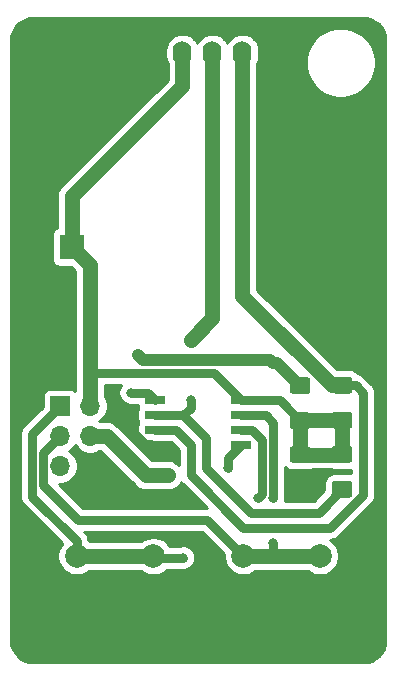
<source format=gbr>
%TF.GenerationSoftware,KiCad,Pcbnew,5.1.6-c6e7f7d~87~ubuntu19.10.1*%
%TF.CreationDate,2021-11-12T23:14:50-08:00*%
%TF.ProjectId,crobagotchi,63726f62-6167-46f7-9463-68692e6b6963,rev?*%
%TF.SameCoordinates,Original*%
%TF.FileFunction,Copper,L1,Top*%
%TF.FilePolarity,Positive*%
%FSLAX46Y46*%
G04 Gerber Fmt 4.6, Leading zero omitted, Abs format (unit mm)*
G04 Created by KiCad (PCBNEW 5.1.6-c6e7f7d~87~ubuntu19.10.1) date 2021-11-12 23:14:50*
%MOMM*%
%LPD*%
G01*
G04 APERTURE LIST*
%TA.AperFunction,ComponentPad*%
%ADD10C,2.100000*%
%TD*%
%TA.AperFunction,ComponentPad*%
%ADD11R,2.100000X2.100000*%
%TD*%
%TA.AperFunction,ComponentPad*%
%ADD12O,1.600000X2.000000*%
%TD*%
%TA.AperFunction,ComponentPad*%
%ADD13C,2.000000*%
%TD*%
%TA.AperFunction,ComponentPad*%
%ADD14O,1.700000X1.700000*%
%TD*%
%TA.AperFunction,ComponentPad*%
%ADD15R,1.700000X1.700000*%
%TD*%
%TA.AperFunction,SMDPad,CuDef*%
%ADD16R,1.700000X0.650000*%
%TD*%
%TA.AperFunction,ViaPad*%
%ADD17C,0.800000*%
%TD*%
%TA.AperFunction,Conductor*%
%ADD18C,0.750000*%
%TD*%
%TA.AperFunction,Conductor*%
%ADD19C,1.250000*%
%TD*%
%TA.AperFunction,Conductor*%
%ADD20C,1.000000*%
%TD*%
%TA.AperFunction,Conductor*%
%ADD21C,0.254000*%
%TD*%
G04 APERTURE END LIST*
D10*
%TO.P,BT1,2*%
%TO.N,GND*%
X121092000Y-68326000D03*
D11*
%TO.P,BT1,1*%
%TO.N,VCC*%
X101092000Y-68326000D03*
%TD*%
D12*
%TO.P,Brd1,2*%
%TO.N,VCC*%
X110426000Y-51884000D03*
%TO.P,Brd1,1*%
%TO.N,GND*%
X107886000Y-51884000D03*
%TO.P,Brd1,3*%
%TO.N,disp_scl*%
X112966000Y-51884000D03*
%TO.P,Brd1,4*%
%TO.N,disp_sda*%
X115506000Y-51884000D03*
%TD*%
D13*
%TO.P,SW3,1*%
%TO.N,button_select*%
X122070000Y-94488000D03*
%TO.P,SW3,2*%
%TO.N,GND*%
X122070000Y-98988000D03*
%TO.P,SW3,1*%
%TO.N,button_select*%
X115570000Y-94488000D03*
%TO.P,SW3,2*%
%TO.N,GND*%
X115570000Y-98988000D03*
%TD*%
%TO.P,SW2,2*%
%TO.N,GND*%
X101473000Y-98988000D03*
%TO.P,SW2,1*%
%TO.N,button_option*%
X101473000Y-94488000D03*
%TO.P,SW2,2*%
%TO.N,GND*%
X107973000Y-98988000D03*
%TO.P,SW2,1*%
%TO.N,button_option*%
X107973000Y-94488000D03*
%TD*%
%TO.P,R3,2*%
%TO.N,disp_sda*%
%TA.AperFunction,SMDPad,CuDef*%
G36*
G01*
X124577000Y-80722500D02*
X123327000Y-80722500D01*
G75*
G02*
X123077000Y-80472500I0J250000D01*
G01*
X123077000Y-79547500D01*
G75*
G02*
X123327000Y-79297500I250000J0D01*
G01*
X124577000Y-79297500D01*
G75*
G02*
X124827000Y-79547500I0J-250000D01*
G01*
X124827000Y-80472500D01*
G75*
G02*
X124577000Y-80722500I-250000J0D01*
G01*
G37*
%TD.AperFunction*%
%TO.P,R3,1*%
%TO.N,VCC*%
%TA.AperFunction,SMDPad,CuDef*%
G36*
G01*
X124577000Y-83697500D02*
X123327000Y-83697500D01*
G75*
G02*
X123077000Y-83447500I0J250000D01*
G01*
X123077000Y-82522500D01*
G75*
G02*
X123327000Y-82272500I250000J0D01*
G01*
X124577000Y-82272500D01*
G75*
G02*
X124827000Y-82522500I0J-250000D01*
G01*
X124827000Y-83447500D01*
G75*
G02*
X124577000Y-83697500I-250000J0D01*
G01*
G37*
%TD.AperFunction*%
%TD*%
%TO.P,R2,2*%
%TO.N,disp_scl*%
%TA.AperFunction,SMDPad,CuDef*%
G36*
G01*
X123327000Y-88114500D02*
X124577000Y-88114500D01*
G75*
G02*
X124827000Y-88364500I0J-250000D01*
G01*
X124827000Y-89289500D01*
G75*
G02*
X124577000Y-89539500I-250000J0D01*
G01*
X123327000Y-89539500D01*
G75*
G02*
X123077000Y-89289500I0J250000D01*
G01*
X123077000Y-88364500D01*
G75*
G02*
X123327000Y-88114500I250000J0D01*
G01*
G37*
%TD.AperFunction*%
%TO.P,R2,1*%
%TO.N,VCC*%
%TA.AperFunction,SMDPad,CuDef*%
G36*
G01*
X123327000Y-85139500D02*
X124577000Y-85139500D01*
G75*
G02*
X124827000Y-85389500I0J-250000D01*
G01*
X124827000Y-86314500D01*
G75*
G02*
X124577000Y-86564500I-250000J0D01*
G01*
X123327000Y-86564500D01*
G75*
G02*
X123077000Y-86314500I0J250000D01*
G01*
X123077000Y-85389500D01*
G75*
G02*
X123327000Y-85139500I250000J0D01*
G01*
G37*
%TD.AperFunction*%
%TD*%
%TO.P,C1,2*%
%TO.N,GND*%
%TA.AperFunction,SMDPad,CuDef*%
G36*
G01*
X119771000Y-88151000D02*
X121021000Y-88151000D01*
G75*
G02*
X121271000Y-88401000I0J-250000D01*
G01*
X121271000Y-89326000D01*
G75*
G02*
X121021000Y-89576000I-250000J0D01*
G01*
X119771000Y-89576000D01*
G75*
G02*
X119521000Y-89326000I0J250000D01*
G01*
X119521000Y-88401000D01*
G75*
G02*
X119771000Y-88151000I250000J0D01*
G01*
G37*
%TD.AperFunction*%
%TO.P,C1,1*%
%TO.N,VCC*%
%TA.AperFunction,SMDPad,CuDef*%
G36*
G01*
X119771000Y-85176000D02*
X121021000Y-85176000D01*
G75*
G02*
X121271000Y-85426000I0J-250000D01*
G01*
X121271000Y-86351000D01*
G75*
G02*
X121021000Y-86601000I-250000J0D01*
G01*
X119771000Y-86601000D01*
G75*
G02*
X119521000Y-86351000I0J250000D01*
G01*
X119521000Y-85426000D01*
G75*
G02*
X119771000Y-85176000I250000J0D01*
G01*
G37*
%TD.AperFunction*%
%TD*%
D14*
%TO.P,J1,6*%
%TO.N,GND*%
X102616000Y-86868000D03*
%TO.P,J1,5*%
%TO.N,rst*%
X100076000Y-86868000D03*
%TO.P,J1,4*%
%TO.N,mosi*%
X102616000Y-84328000D03*
%TO.P,J1,3*%
%TO.N,button_select*%
X100076000Y-84328000D03*
%TO.P,J1,2*%
%TO.N,VCC*%
X102616000Y-81788000D03*
D15*
%TO.P,J1,1*%
%TO.N,button_option*%
X100076000Y-81788000D03*
%TD*%
D16*
%TO.P,U1,8*%
%TO.N,VCC*%
X115410000Y-81280000D03*
%TO.P,U1,7*%
%TO.N,button_select*%
X115410000Y-82550000D03*
%TO.P,U1,6*%
%TO.N,button_option*%
X115410000Y-83820000D03*
%TO.P,U1,5*%
%TO.N,mosi*%
X115410000Y-85090000D03*
%TO.P,U1,4*%
%TO.N,GND*%
X108110000Y-85090000D03*
%TO.P,U1,3*%
%TO.N,disp_sda*%
X108110000Y-83820000D03*
%TO.P,U1,2*%
%TO.N,disp_scl*%
X108110000Y-82550000D03*
%TO.P,U1,1*%
%TO.N,rst*%
X108110000Y-81280000D03*
%TD*%
%TO.P,R1,2*%
%TO.N,rst*%
%TA.AperFunction,SMDPad,CuDef*%
G36*
G01*
X121021000Y-80759000D02*
X119771000Y-80759000D01*
G75*
G02*
X119521000Y-80509000I0J250000D01*
G01*
X119521000Y-79584000D01*
G75*
G02*
X119771000Y-79334000I250000J0D01*
G01*
X121021000Y-79334000D01*
G75*
G02*
X121271000Y-79584000I0J-250000D01*
G01*
X121271000Y-80509000D01*
G75*
G02*
X121021000Y-80759000I-250000J0D01*
G01*
G37*
%TD.AperFunction*%
%TO.P,R1,1*%
%TO.N,VCC*%
%TA.AperFunction,SMDPad,CuDef*%
G36*
G01*
X121021000Y-83734000D02*
X119771000Y-83734000D01*
G75*
G02*
X119521000Y-83484000I0J250000D01*
G01*
X119521000Y-82559000D01*
G75*
G02*
X119771000Y-82309000I250000J0D01*
G01*
X121021000Y-82309000D01*
G75*
G02*
X121271000Y-82559000I0J-250000D01*
G01*
X121271000Y-83484000D01*
G75*
G02*
X121021000Y-83734000I-250000J0D01*
G01*
G37*
%TD.AperFunction*%
%TD*%
D17*
%TO.N,GND*%
X106045000Y-83820000D03*
X121883500Y-88863500D03*
%TO.N,rst*%
X118110000Y-78105000D03*
X106045000Y-80645000D03*
X106680000Y-77470000D03*
%TO.N,mosi*%
X109220000Y-87630000D03*
X114300000Y-86995000D03*
X114300000Y-86995000D03*
%TO.N,button_select*%
X118110000Y-89535000D03*
X118110000Y-93345000D03*
%TO.N,button_option*%
X116840000Y-89535000D03*
X110490000Y-94615000D03*
%TO.N,disp_scl*%
X111125000Y-76200000D03*
X111125000Y-81280000D03*
%TD*%
D18*
%TO.N,GND*%
X108110000Y-85090000D02*
X107315000Y-85090000D01*
X107315000Y-85090000D02*
X106045000Y-83820000D01*
X120396000Y-88863500D02*
X121883500Y-88863500D01*
D19*
%TO.N,VCC*%
X101092000Y-68326000D02*
X101092000Y-64008000D01*
X110426000Y-54674000D02*
X110426000Y-51884000D01*
X101092000Y-64008000D02*
X110426000Y-54674000D01*
X102616000Y-69850000D02*
X101092000Y-68326000D01*
D18*
X113124000Y-78994000D02*
X102616000Y-78994000D01*
X115410000Y-81280000D02*
X113124000Y-78994000D01*
D19*
X102616000Y-78994000D02*
X102616000Y-81788000D01*
X102616000Y-69850000D02*
X102616000Y-78994000D01*
X123915500Y-85888500D02*
X123952000Y-85852000D01*
X120396000Y-85888500D02*
X123915500Y-85888500D01*
X120432500Y-82985000D02*
X120396000Y-83021500D01*
X123952000Y-82985000D02*
X120432500Y-82985000D01*
X120396000Y-83021500D02*
X120396000Y-85888500D01*
D18*
X118654500Y-81280000D02*
X120396000Y-83021500D01*
X115410000Y-81280000D02*
X118654500Y-81280000D01*
D19*
X123952000Y-82985000D02*
X123952000Y-85852000D01*
D20*
%TO.N,rst*%
X118454500Y-78105000D02*
X120396000Y-80046500D01*
X118110000Y-78105000D02*
X118454500Y-78105000D01*
D18*
X107475000Y-80645000D02*
X108110000Y-81280000D01*
X106045000Y-80645000D02*
X107475000Y-80645000D01*
D20*
X117874999Y-77869999D02*
X118110000Y-78105000D01*
X107079999Y-77869999D02*
X117874999Y-77869999D01*
X106680000Y-77470000D02*
X107079999Y-77869999D01*
D19*
%TO.N,mosi*%
X102616000Y-84328000D02*
X104013000Y-84328000D01*
X104013000Y-84328000D02*
X107315000Y-87630000D01*
X107315000Y-87630000D02*
X109220000Y-87630000D01*
D18*
X114300000Y-86200000D02*
X115410000Y-85090000D01*
X114300000Y-86995000D02*
X114300000Y-86200000D01*
%TO.N,button_select*%
X115410000Y-82550000D02*
X117475000Y-82550000D01*
X117475000Y-82550000D02*
X118110000Y-83185000D01*
X118110000Y-83185000D02*
X118110000Y-89535000D01*
X118110000Y-94361000D02*
X118237000Y-94488000D01*
X118110000Y-93345000D02*
X118110000Y-94361000D01*
D19*
X118237000Y-94488000D02*
X115570000Y-94488000D01*
X122070000Y-94488000D02*
X118237000Y-94488000D01*
D18*
X98650999Y-85753001D02*
X98650999Y-88490999D01*
X100076000Y-84328000D02*
X98650999Y-85753001D01*
X98650999Y-88490999D02*
X101600000Y-91440000D01*
X112522000Y-91440000D02*
X115570000Y-94488000D01*
X101600000Y-91440000D02*
X112522000Y-91440000D01*
D19*
%TO.N,button_option*%
X107973000Y-94488000D02*
X101473000Y-94488000D01*
D18*
X116350002Y-83820000D02*
X117159990Y-84629988D01*
X115410000Y-83820000D02*
X116350002Y-83820000D01*
X117159990Y-84629988D02*
X117159990Y-89215010D01*
X117159990Y-89215010D02*
X116840000Y-89535000D01*
X108100000Y-94615000D02*
X107973000Y-94488000D01*
X110490000Y-94615000D02*
X108100000Y-94615000D01*
X97700989Y-84163011D02*
X97700989Y-89445989D01*
X100076000Y-81788000D02*
X97700989Y-84163011D01*
X101473000Y-93218000D02*
X101473000Y-94488000D01*
X97700989Y-89445989D02*
X101473000Y-93218000D01*
D19*
%TO.N,disp_sda*%
X115506000Y-72439000D02*
X115506000Y-51884000D01*
X123077000Y-80010000D02*
X115506000Y-72439000D01*
X123952000Y-80010000D02*
X123077000Y-80010000D01*
D18*
X109855000Y-83820000D02*
X108110000Y-83820000D01*
X115570000Y-92075000D02*
X111125000Y-87630000D01*
X122958244Y-92075000D02*
X115570000Y-92075000D01*
X111125000Y-85090000D02*
X109855000Y-83820000D01*
X125730000Y-89303244D02*
X122958244Y-92075000D01*
X111125000Y-87630000D02*
X111125000Y-85090000D01*
X125730000Y-80645000D02*
X125730000Y-89303244D01*
X125095000Y-80010000D02*
X125730000Y-80645000D01*
X123952000Y-80010000D02*
X125095000Y-80010000D01*
%TO.N,disp_scl*%
X108110000Y-82550000D02*
X110490000Y-82550000D01*
X110490000Y-82550000D02*
X112395000Y-84455000D01*
X112395000Y-84455000D02*
X112395000Y-86995000D01*
X112395000Y-86995000D02*
X116205000Y-90805000D01*
X121974000Y-90805000D02*
X123952000Y-88827000D01*
X116205000Y-90805000D02*
X121974000Y-90805000D01*
D19*
X112966000Y-51884000D02*
X112966000Y-74359000D01*
X112966000Y-74359000D02*
X111125000Y-76200000D01*
D18*
X111125000Y-81915000D02*
X110490000Y-82550000D01*
X111125000Y-81280000D02*
X111125000Y-81915000D01*
%TD*%
D21*
%TO.N,GND*%
G36*
X126094545Y-48958909D02*
G01*
X126445208Y-49064780D01*
X126768625Y-49236744D01*
X127052484Y-49468254D01*
X127285965Y-49750486D01*
X127460183Y-50072695D01*
X127568502Y-50422614D01*
X127610001Y-50817452D01*
X127610000Y-101567721D01*
X127571091Y-101964545D01*
X127465220Y-102315206D01*
X127293257Y-102638623D01*
X127061748Y-102922482D01*
X126779514Y-103155965D01*
X126457304Y-103330184D01*
X126107385Y-103438502D01*
X125712557Y-103480000D01*
X97822279Y-103480000D01*
X97425455Y-103441091D01*
X97074794Y-103335220D01*
X96751377Y-103163257D01*
X96467518Y-102931748D01*
X96234035Y-102649514D01*
X96059816Y-102327304D01*
X95951498Y-101977385D01*
X95910000Y-101582557D01*
X95910000Y-84163011D01*
X96686103Y-84163011D01*
X96690989Y-84212619D01*
X96690990Y-89396371D01*
X96686103Y-89445989D01*
X96705604Y-89643983D01*
X96763357Y-89834368D01*
X96857143Y-90009829D01*
X96871978Y-90027905D01*
X96983357Y-90163622D01*
X97021890Y-90195245D01*
X100237703Y-93411058D01*
X100203013Y-93445748D01*
X100024082Y-93713537D01*
X99900832Y-94011088D01*
X99838000Y-94326967D01*
X99838000Y-94649033D01*
X99900832Y-94964912D01*
X100024082Y-95262463D01*
X100203013Y-95530252D01*
X100430748Y-95757987D01*
X100698537Y-95936918D01*
X100996088Y-96060168D01*
X101311967Y-96123000D01*
X101634033Y-96123000D01*
X101949912Y-96060168D01*
X102247463Y-95936918D01*
X102515252Y-95757987D01*
X102525239Y-95748000D01*
X106920761Y-95748000D01*
X106930748Y-95757987D01*
X107198537Y-95936918D01*
X107496088Y-96060168D01*
X107811967Y-96123000D01*
X108134033Y-96123000D01*
X108449912Y-96060168D01*
X108747463Y-95936918D01*
X109015252Y-95757987D01*
X109148239Y-95625000D01*
X110262377Y-95625000D01*
X110388061Y-95650000D01*
X110591939Y-95650000D01*
X110791898Y-95610226D01*
X110980256Y-95532205D01*
X111149774Y-95418937D01*
X111293937Y-95274774D01*
X111407205Y-95105256D01*
X111485226Y-94916898D01*
X111525000Y-94716939D01*
X111525000Y-94513061D01*
X111485226Y-94313102D01*
X111407205Y-94124744D01*
X111293937Y-93955226D01*
X111149774Y-93811063D01*
X110980256Y-93697795D01*
X110791898Y-93619774D01*
X110591939Y-93580000D01*
X110388061Y-93580000D01*
X110262377Y-93605000D01*
X109349396Y-93605000D01*
X109242987Y-93445748D01*
X109015252Y-93218013D01*
X108747463Y-93039082D01*
X108449912Y-92915832D01*
X108134033Y-92853000D01*
X107811967Y-92853000D01*
X107496088Y-92915832D01*
X107198537Y-93039082D01*
X106930748Y-93218013D01*
X106920761Y-93228000D01*
X102525239Y-93228000D01*
X102515252Y-93218013D01*
X102485960Y-93198440D01*
X102483000Y-93168392D01*
X102468385Y-93020006D01*
X102410632Y-92829620D01*
X102316847Y-92654160D01*
X102190633Y-92500367D01*
X102152094Y-92468739D01*
X102133355Y-92450000D01*
X112103645Y-92450000D01*
X113942567Y-94288923D01*
X113935000Y-94326967D01*
X113935000Y-94649033D01*
X113997832Y-94964912D01*
X114121082Y-95262463D01*
X114300013Y-95530252D01*
X114527748Y-95757987D01*
X114795537Y-95936918D01*
X115093088Y-96060168D01*
X115408967Y-96123000D01*
X115731033Y-96123000D01*
X116046912Y-96060168D01*
X116344463Y-95936918D01*
X116612252Y-95757987D01*
X116622239Y-95748000D01*
X121017761Y-95748000D01*
X121027748Y-95757987D01*
X121295537Y-95936918D01*
X121593088Y-96060168D01*
X121908967Y-96123000D01*
X122231033Y-96123000D01*
X122546912Y-96060168D01*
X122844463Y-95936918D01*
X123112252Y-95757987D01*
X123339987Y-95530252D01*
X123518918Y-95262463D01*
X123642168Y-94964912D01*
X123705000Y-94649033D01*
X123705000Y-94326967D01*
X123642168Y-94011088D01*
X123518918Y-93713537D01*
X123339987Y-93445748D01*
X123112252Y-93218013D01*
X122913970Y-93085525D01*
X122958244Y-93089886D01*
X123156238Y-93070385D01*
X123156241Y-93070384D01*
X123346624Y-93012632D01*
X123522084Y-92918847D01*
X123675877Y-92792633D01*
X123707505Y-92754094D01*
X126409100Y-90052500D01*
X126447633Y-90020877D01*
X126573847Y-89867084D01*
X126667632Y-89691624D01*
X126700095Y-89584608D01*
X126725385Y-89501239D01*
X126744886Y-89303244D01*
X126740000Y-89253636D01*
X126740000Y-80694608D01*
X126744886Y-80645000D01*
X126725385Y-80447005D01*
X126667632Y-80256620D01*
X126573846Y-80081159D01*
X126545402Y-80046500D01*
X126447633Y-79927367D01*
X126409094Y-79895739D01*
X125844261Y-79330906D01*
X125812633Y-79292367D01*
X125658840Y-79166153D01*
X125483380Y-79072368D01*
X125292994Y-79014615D01*
X125282109Y-79013543D01*
X125204962Y-78919538D01*
X125070386Y-78809095D01*
X124916850Y-78727028D01*
X124750254Y-78676492D01*
X124577000Y-78659428D01*
X123508337Y-78659428D01*
X116766000Y-71917092D01*
X116766000Y-52770850D01*
X116838182Y-52635807D01*
X116905485Y-52413936D01*
X120869774Y-52413936D01*
X120869774Y-52996064D01*
X120983342Y-53567008D01*
X121206113Y-54104824D01*
X121529526Y-54588847D01*
X121941153Y-55000474D01*
X122425176Y-55323887D01*
X122962992Y-55546658D01*
X123533936Y-55660226D01*
X124116064Y-55660226D01*
X124687008Y-55546658D01*
X125224824Y-55323887D01*
X125708847Y-55000474D01*
X126120474Y-54588847D01*
X126443887Y-54104824D01*
X126666658Y-53567008D01*
X126780226Y-52996064D01*
X126780226Y-52413936D01*
X126666658Y-51842992D01*
X126443887Y-51305176D01*
X126120474Y-50821153D01*
X125708847Y-50409526D01*
X125224824Y-50086113D01*
X124687008Y-49863342D01*
X124116064Y-49749774D01*
X123533936Y-49749774D01*
X122962992Y-49863342D01*
X122425176Y-50086113D01*
X121941153Y-50409526D01*
X121529526Y-50821153D01*
X121206113Y-51305176D01*
X120983342Y-51842992D01*
X120869774Y-52413936D01*
X116905485Y-52413936D01*
X116920236Y-52365308D01*
X116941000Y-52154491D01*
X116941000Y-51613508D01*
X116920236Y-51402691D01*
X116838182Y-51132192D01*
X116704932Y-50882899D01*
X116525607Y-50664392D01*
X116307100Y-50485068D01*
X116057807Y-50351818D01*
X115787308Y-50269764D01*
X115506000Y-50242057D01*
X115224691Y-50269764D01*
X114954192Y-50351818D01*
X114704899Y-50485068D01*
X114486392Y-50664393D01*
X114307068Y-50882900D01*
X114236000Y-51015858D01*
X114164932Y-50882899D01*
X113985607Y-50664392D01*
X113767100Y-50485068D01*
X113517807Y-50351818D01*
X113247308Y-50269764D01*
X112966000Y-50242057D01*
X112684691Y-50269764D01*
X112414192Y-50351818D01*
X112164899Y-50485068D01*
X111946392Y-50664393D01*
X111767068Y-50882900D01*
X111696000Y-51015858D01*
X111624932Y-50882899D01*
X111445607Y-50664392D01*
X111227100Y-50485068D01*
X110977807Y-50351818D01*
X110707308Y-50269764D01*
X110426000Y-50242057D01*
X110144691Y-50269764D01*
X109874192Y-50351818D01*
X109624899Y-50485068D01*
X109406392Y-50664393D01*
X109227068Y-50882900D01*
X109093818Y-51132193D01*
X109011764Y-51402692D01*
X108991000Y-51613509D01*
X108991000Y-52154492D01*
X109011764Y-52365309D01*
X109093818Y-52635808D01*
X109166001Y-52770852D01*
X109166000Y-54152091D01*
X100244811Y-63073281D01*
X100196736Y-63112735D01*
X100157282Y-63160810D01*
X100157281Y-63160811D01*
X100039280Y-63304595D01*
X99922280Y-63523487D01*
X99850233Y-63760997D01*
X99825905Y-64008000D01*
X99832001Y-64069893D01*
X99832000Y-66676129D01*
X99797820Y-66686498D01*
X99687506Y-66745463D01*
X99590815Y-66824815D01*
X99511463Y-66921506D01*
X99452498Y-67031820D01*
X99416188Y-67151518D01*
X99403928Y-67276000D01*
X99403928Y-69376000D01*
X99416188Y-69500482D01*
X99452498Y-69620180D01*
X99511463Y-69730494D01*
X99590815Y-69827185D01*
X99687506Y-69906537D01*
X99797820Y-69965502D01*
X99917518Y-70001812D01*
X100042000Y-70014072D01*
X100998163Y-70014072D01*
X101356000Y-70371909D01*
X101356001Y-78932098D01*
X101356000Y-78932108D01*
X101356001Y-80469429D01*
X101280494Y-80407463D01*
X101170180Y-80348498D01*
X101050482Y-80312188D01*
X100926000Y-80299928D01*
X99226000Y-80299928D01*
X99101518Y-80312188D01*
X98981820Y-80348498D01*
X98871506Y-80407463D01*
X98774815Y-80486815D01*
X98695463Y-80583506D01*
X98636498Y-80693820D01*
X98600188Y-80813518D01*
X98587928Y-80938000D01*
X98587928Y-81847716D01*
X97021895Y-83413750D01*
X96983356Y-83445378D01*
X96857142Y-83599171D01*
X96782332Y-83739132D01*
X96763357Y-83774632D01*
X96705604Y-83965017D01*
X96686103Y-84163011D01*
X95910000Y-84163011D01*
X95910000Y-50832279D01*
X95948909Y-50435455D01*
X96054780Y-50084792D01*
X96226744Y-49761375D01*
X96458254Y-49477516D01*
X96740486Y-49244035D01*
X97062695Y-49069817D01*
X97412614Y-48961498D01*
X97807443Y-48920000D01*
X125697721Y-48920000D01*
X126094545Y-48958909D01*
G37*
X126094545Y-48958909D02*
X126445208Y-49064780D01*
X126768625Y-49236744D01*
X127052484Y-49468254D01*
X127285965Y-49750486D01*
X127460183Y-50072695D01*
X127568502Y-50422614D01*
X127610001Y-50817452D01*
X127610000Y-101567721D01*
X127571091Y-101964545D01*
X127465220Y-102315206D01*
X127293257Y-102638623D01*
X127061748Y-102922482D01*
X126779514Y-103155965D01*
X126457304Y-103330184D01*
X126107385Y-103438502D01*
X125712557Y-103480000D01*
X97822279Y-103480000D01*
X97425455Y-103441091D01*
X97074794Y-103335220D01*
X96751377Y-103163257D01*
X96467518Y-102931748D01*
X96234035Y-102649514D01*
X96059816Y-102327304D01*
X95951498Y-101977385D01*
X95910000Y-101582557D01*
X95910000Y-84163011D01*
X96686103Y-84163011D01*
X96690989Y-84212619D01*
X96690990Y-89396371D01*
X96686103Y-89445989D01*
X96705604Y-89643983D01*
X96763357Y-89834368D01*
X96857143Y-90009829D01*
X96871978Y-90027905D01*
X96983357Y-90163622D01*
X97021890Y-90195245D01*
X100237703Y-93411058D01*
X100203013Y-93445748D01*
X100024082Y-93713537D01*
X99900832Y-94011088D01*
X99838000Y-94326967D01*
X99838000Y-94649033D01*
X99900832Y-94964912D01*
X100024082Y-95262463D01*
X100203013Y-95530252D01*
X100430748Y-95757987D01*
X100698537Y-95936918D01*
X100996088Y-96060168D01*
X101311967Y-96123000D01*
X101634033Y-96123000D01*
X101949912Y-96060168D01*
X102247463Y-95936918D01*
X102515252Y-95757987D01*
X102525239Y-95748000D01*
X106920761Y-95748000D01*
X106930748Y-95757987D01*
X107198537Y-95936918D01*
X107496088Y-96060168D01*
X107811967Y-96123000D01*
X108134033Y-96123000D01*
X108449912Y-96060168D01*
X108747463Y-95936918D01*
X109015252Y-95757987D01*
X109148239Y-95625000D01*
X110262377Y-95625000D01*
X110388061Y-95650000D01*
X110591939Y-95650000D01*
X110791898Y-95610226D01*
X110980256Y-95532205D01*
X111149774Y-95418937D01*
X111293937Y-95274774D01*
X111407205Y-95105256D01*
X111485226Y-94916898D01*
X111525000Y-94716939D01*
X111525000Y-94513061D01*
X111485226Y-94313102D01*
X111407205Y-94124744D01*
X111293937Y-93955226D01*
X111149774Y-93811063D01*
X110980256Y-93697795D01*
X110791898Y-93619774D01*
X110591939Y-93580000D01*
X110388061Y-93580000D01*
X110262377Y-93605000D01*
X109349396Y-93605000D01*
X109242987Y-93445748D01*
X109015252Y-93218013D01*
X108747463Y-93039082D01*
X108449912Y-92915832D01*
X108134033Y-92853000D01*
X107811967Y-92853000D01*
X107496088Y-92915832D01*
X107198537Y-93039082D01*
X106930748Y-93218013D01*
X106920761Y-93228000D01*
X102525239Y-93228000D01*
X102515252Y-93218013D01*
X102485960Y-93198440D01*
X102483000Y-93168392D01*
X102468385Y-93020006D01*
X102410632Y-92829620D01*
X102316847Y-92654160D01*
X102190633Y-92500367D01*
X102152094Y-92468739D01*
X102133355Y-92450000D01*
X112103645Y-92450000D01*
X113942567Y-94288923D01*
X113935000Y-94326967D01*
X113935000Y-94649033D01*
X113997832Y-94964912D01*
X114121082Y-95262463D01*
X114300013Y-95530252D01*
X114527748Y-95757987D01*
X114795537Y-95936918D01*
X115093088Y-96060168D01*
X115408967Y-96123000D01*
X115731033Y-96123000D01*
X116046912Y-96060168D01*
X116344463Y-95936918D01*
X116612252Y-95757987D01*
X116622239Y-95748000D01*
X121017761Y-95748000D01*
X121027748Y-95757987D01*
X121295537Y-95936918D01*
X121593088Y-96060168D01*
X121908967Y-96123000D01*
X122231033Y-96123000D01*
X122546912Y-96060168D01*
X122844463Y-95936918D01*
X123112252Y-95757987D01*
X123339987Y-95530252D01*
X123518918Y-95262463D01*
X123642168Y-94964912D01*
X123705000Y-94649033D01*
X123705000Y-94326967D01*
X123642168Y-94011088D01*
X123518918Y-93713537D01*
X123339987Y-93445748D01*
X123112252Y-93218013D01*
X122913970Y-93085525D01*
X122958244Y-93089886D01*
X123156238Y-93070385D01*
X123156241Y-93070384D01*
X123346624Y-93012632D01*
X123522084Y-92918847D01*
X123675877Y-92792633D01*
X123707505Y-92754094D01*
X126409100Y-90052500D01*
X126447633Y-90020877D01*
X126573847Y-89867084D01*
X126667632Y-89691624D01*
X126700095Y-89584608D01*
X126725385Y-89501239D01*
X126744886Y-89303244D01*
X126740000Y-89253636D01*
X126740000Y-80694608D01*
X126744886Y-80645000D01*
X126725385Y-80447005D01*
X126667632Y-80256620D01*
X126573846Y-80081159D01*
X126545402Y-80046500D01*
X126447633Y-79927367D01*
X126409094Y-79895739D01*
X125844261Y-79330906D01*
X125812633Y-79292367D01*
X125658840Y-79166153D01*
X125483380Y-79072368D01*
X125292994Y-79014615D01*
X125282109Y-79013543D01*
X125204962Y-78919538D01*
X125070386Y-78809095D01*
X124916850Y-78727028D01*
X124750254Y-78676492D01*
X124577000Y-78659428D01*
X123508337Y-78659428D01*
X116766000Y-71917092D01*
X116766000Y-52770850D01*
X116838182Y-52635807D01*
X116905485Y-52413936D01*
X120869774Y-52413936D01*
X120869774Y-52996064D01*
X120983342Y-53567008D01*
X121206113Y-54104824D01*
X121529526Y-54588847D01*
X121941153Y-55000474D01*
X122425176Y-55323887D01*
X122962992Y-55546658D01*
X123533936Y-55660226D01*
X124116064Y-55660226D01*
X124687008Y-55546658D01*
X125224824Y-55323887D01*
X125708847Y-55000474D01*
X126120474Y-54588847D01*
X126443887Y-54104824D01*
X126666658Y-53567008D01*
X126780226Y-52996064D01*
X126780226Y-52413936D01*
X126666658Y-51842992D01*
X126443887Y-51305176D01*
X126120474Y-50821153D01*
X125708847Y-50409526D01*
X125224824Y-50086113D01*
X124687008Y-49863342D01*
X124116064Y-49749774D01*
X123533936Y-49749774D01*
X122962992Y-49863342D01*
X122425176Y-50086113D01*
X121941153Y-50409526D01*
X121529526Y-50821153D01*
X121206113Y-51305176D01*
X120983342Y-51842992D01*
X120869774Y-52413936D01*
X116905485Y-52413936D01*
X116920236Y-52365308D01*
X116941000Y-52154491D01*
X116941000Y-51613508D01*
X116920236Y-51402691D01*
X116838182Y-51132192D01*
X116704932Y-50882899D01*
X116525607Y-50664392D01*
X116307100Y-50485068D01*
X116057807Y-50351818D01*
X115787308Y-50269764D01*
X115506000Y-50242057D01*
X115224691Y-50269764D01*
X114954192Y-50351818D01*
X114704899Y-50485068D01*
X114486392Y-50664393D01*
X114307068Y-50882900D01*
X114236000Y-51015858D01*
X114164932Y-50882899D01*
X113985607Y-50664392D01*
X113767100Y-50485068D01*
X113517807Y-50351818D01*
X113247308Y-50269764D01*
X112966000Y-50242057D01*
X112684691Y-50269764D01*
X112414192Y-50351818D01*
X112164899Y-50485068D01*
X111946392Y-50664393D01*
X111767068Y-50882900D01*
X111696000Y-51015858D01*
X111624932Y-50882899D01*
X111445607Y-50664392D01*
X111227100Y-50485068D01*
X110977807Y-50351818D01*
X110707308Y-50269764D01*
X110426000Y-50242057D01*
X110144691Y-50269764D01*
X109874192Y-50351818D01*
X109624899Y-50485068D01*
X109406392Y-50664393D01*
X109227068Y-50882900D01*
X109093818Y-51132193D01*
X109011764Y-51402692D01*
X108991000Y-51613509D01*
X108991000Y-52154492D01*
X109011764Y-52365309D01*
X109093818Y-52635808D01*
X109166001Y-52770852D01*
X109166000Y-54152091D01*
X100244811Y-63073281D01*
X100196736Y-63112735D01*
X100157282Y-63160810D01*
X100157281Y-63160811D01*
X100039280Y-63304595D01*
X99922280Y-63523487D01*
X99850233Y-63760997D01*
X99825905Y-64008000D01*
X99832001Y-64069893D01*
X99832000Y-66676129D01*
X99797820Y-66686498D01*
X99687506Y-66745463D01*
X99590815Y-66824815D01*
X99511463Y-66921506D01*
X99452498Y-67031820D01*
X99416188Y-67151518D01*
X99403928Y-67276000D01*
X99403928Y-69376000D01*
X99416188Y-69500482D01*
X99452498Y-69620180D01*
X99511463Y-69730494D01*
X99590815Y-69827185D01*
X99687506Y-69906537D01*
X99797820Y-69965502D01*
X99917518Y-70001812D01*
X100042000Y-70014072D01*
X100998163Y-70014072D01*
X101356000Y-70371909D01*
X101356001Y-78932098D01*
X101356000Y-78932108D01*
X101356001Y-80469429D01*
X101280494Y-80407463D01*
X101170180Y-80348498D01*
X101050482Y-80312188D01*
X100926000Y-80299928D01*
X99226000Y-80299928D01*
X99101518Y-80312188D01*
X98981820Y-80348498D01*
X98871506Y-80407463D01*
X98774815Y-80486815D01*
X98695463Y-80583506D01*
X98636498Y-80693820D01*
X98600188Y-80813518D01*
X98587928Y-80938000D01*
X98587928Y-81847716D01*
X97021895Y-83413750D01*
X96983356Y-83445378D01*
X96857142Y-83599171D01*
X96782332Y-83739132D01*
X96763357Y-83774632D01*
X96705604Y-83965017D01*
X96686103Y-84163011D01*
X95910000Y-84163011D01*
X95910000Y-50832279D01*
X95948909Y-50435455D01*
X96054780Y-50084792D01*
X96226744Y-49761375D01*
X96458254Y-49477516D01*
X96740486Y-49244035D01*
X97062695Y-49069817D01*
X97412614Y-48961498D01*
X97807443Y-48920000D01*
X125697721Y-48920000D01*
X126094545Y-48958909D01*
G36*
X101462525Y-85274632D02*
G01*
X101669368Y-85481475D01*
X101912589Y-85643990D01*
X102182842Y-85755932D01*
X102469740Y-85813000D01*
X102762260Y-85813000D01*
X103049158Y-85755932D01*
X103319411Y-85643990D01*
X103403206Y-85588000D01*
X103491092Y-85588000D01*
X106380281Y-88477190D01*
X106419735Y-88525265D01*
X106611595Y-88682720D01*
X106830486Y-88799720D01*
X107067997Y-88871768D01*
X107253107Y-88890000D01*
X107253116Y-88890000D01*
X107314999Y-88896095D01*
X107376882Y-88890000D01*
X109281893Y-88890000D01*
X109467003Y-88871768D01*
X109704514Y-88799720D01*
X109923405Y-88682720D01*
X110115265Y-88525265D01*
X110272720Y-88333405D01*
X110321222Y-88242664D01*
X110407367Y-88347633D01*
X110445906Y-88379261D01*
X112494470Y-90427825D01*
X112472392Y-90430000D01*
X102018355Y-90430000D01*
X99941355Y-88353000D01*
X100222260Y-88353000D01*
X100509158Y-88295932D01*
X100779411Y-88183990D01*
X101022632Y-88021475D01*
X101229475Y-87814632D01*
X101391990Y-87571411D01*
X101503932Y-87301158D01*
X101561000Y-87014260D01*
X101561000Y-86721740D01*
X101503932Y-86434842D01*
X101391990Y-86164589D01*
X101229475Y-85921368D01*
X101022632Y-85714525D01*
X100848240Y-85598000D01*
X101022632Y-85481475D01*
X101229475Y-85274632D01*
X101346000Y-85100240D01*
X101462525Y-85274632D01*
G37*
X101462525Y-85274632D02*
X101669368Y-85481475D01*
X101912589Y-85643990D01*
X102182842Y-85755932D01*
X102469740Y-85813000D01*
X102762260Y-85813000D01*
X103049158Y-85755932D01*
X103319411Y-85643990D01*
X103403206Y-85588000D01*
X103491092Y-85588000D01*
X106380281Y-88477190D01*
X106419735Y-88525265D01*
X106611595Y-88682720D01*
X106830486Y-88799720D01*
X107067997Y-88871768D01*
X107253107Y-88890000D01*
X107253116Y-88890000D01*
X107314999Y-88896095D01*
X107376882Y-88890000D01*
X109281893Y-88890000D01*
X109467003Y-88871768D01*
X109704514Y-88799720D01*
X109923405Y-88682720D01*
X110115265Y-88525265D01*
X110272720Y-88333405D01*
X110321222Y-88242664D01*
X110407367Y-88347633D01*
X110445906Y-88379261D01*
X112494470Y-90427825D01*
X112472392Y-90430000D01*
X102018355Y-90430000D01*
X99941355Y-88353000D01*
X100222260Y-88353000D01*
X100509158Y-88295932D01*
X100779411Y-88183990D01*
X101022632Y-88021475D01*
X101229475Y-87814632D01*
X101391990Y-87571411D01*
X101503932Y-87301158D01*
X101561000Y-87014260D01*
X101561000Y-86721740D01*
X101503932Y-86434842D01*
X101391990Y-86164589D01*
X101229475Y-85921368D01*
X101022632Y-85714525D01*
X100848240Y-85598000D01*
X101022632Y-85481475D01*
X101229475Y-85274632D01*
X101346000Y-85100240D01*
X101462525Y-85274632D01*
G36*
X119143038Y-86978962D02*
G01*
X119277614Y-87089405D01*
X119431150Y-87171472D01*
X119597746Y-87222008D01*
X119771000Y-87239072D01*
X121021000Y-87239072D01*
X121194254Y-87222008D01*
X121360850Y-87171472D01*
X121403827Y-87148500D01*
X123031746Y-87148500D01*
X123153746Y-87185508D01*
X123327000Y-87202572D01*
X124577000Y-87202572D01*
X124720001Y-87188488D01*
X124720001Y-87490512D01*
X124577000Y-87476428D01*
X123327000Y-87476428D01*
X123153746Y-87493492D01*
X122987150Y-87544028D01*
X122833614Y-87626095D01*
X122699038Y-87736538D01*
X122588595Y-87871114D01*
X122506528Y-88024650D01*
X122455992Y-88191246D01*
X122438928Y-88364500D01*
X122438928Y-88911717D01*
X121555645Y-89795000D01*
X119113560Y-89795000D01*
X119145000Y-89636939D01*
X119145000Y-89433061D01*
X119120000Y-89307377D01*
X119120000Y-86950890D01*
X119143038Y-86978962D01*
G37*
X119143038Y-86978962D02*
X119277614Y-87089405D01*
X119431150Y-87171472D01*
X119597746Y-87222008D01*
X119771000Y-87239072D01*
X121021000Y-87239072D01*
X121194254Y-87222008D01*
X121360850Y-87171472D01*
X121403827Y-87148500D01*
X123031746Y-87148500D01*
X123153746Y-87185508D01*
X123327000Y-87202572D01*
X124577000Y-87202572D01*
X124720001Y-87188488D01*
X124720001Y-87490512D01*
X124577000Y-87476428D01*
X123327000Y-87476428D01*
X123153746Y-87493492D01*
X122987150Y-87544028D01*
X122833614Y-87626095D01*
X122699038Y-87736538D01*
X122588595Y-87871114D01*
X122506528Y-88024650D01*
X122455992Y-88191246D01*
X122438928Y-88364500D01*
X122438928Y-88911717D01*
X121555645Y-89795000D01*
X119113560Y-89795000D01*
X119145000Y-89636939D01*
X119145000Y-89433061D01*
X119120000Y-89307377D01*
X119120000Y-86950890D01*
X119143038Y-86978962D01*
G36*
X105127795Y-80154744D02*
G01*
X105049774Y-80343102D01*
X105010000Y-80543061D01*
X105010000Y-80746939D01*
X105049774Y-80946898D01*
X105127795Y-81135256D01*
X105241063Y-81304774D01*
X105385226Y-81448937D01*
X105554744Y-81562205D01*
X105743102Y-81640226D01*
X105943061Y-81680000D01*
X106146939Y-81680000D01*
X106272623Y-81655000D01*
X106626852Y-81655000D01*
X106634188Y-81729482D01*
X106670498Y-81849180D01*
X106705680Y-81915000D01*
X106670498Y-81980820D01*
X106634188Y-82100518D01*
X106621928Y-82225000D01*
X106621928Y-82875000D01*
X106634188Y-82999482D01*
X106670498Y-83119180D01*
X106705680Y-83185000D01*
X106670498Y-83250820D01*
X106634188Y-83370518D01*
X106621928Y-83495000D01*
X106621928Y-84145000D01*
X106634188Y-84269482D01*
X106670498Y-84389180D01*
X106729463Y-84499494D01*
X106808815Y-84596185D01*
X106905506Y-84675537D01*
X107015820Y-84734502D01*
X107135518Y-84770812D01*
X107260000Y-84783072D01*
X107805484Y-84783072D01*
X107912006Y-84815385D01*
X108060392Y-84830000D01*
X109436645Y-84830000D01*
X110115001Y-85508356D01*
X110115000Y-86734518D01*
X109923405Y-86577280D01*
X109704514Y-86460280D01*
X109467003Y-86388232D01*
X109281893Y-86370000D01*
X107836909Y-86370000D01*
X104947724Y-83480816D01*
X104908265Y-83432735D01*
X104716405Y-83275280D01*
X104497514Y-83158280D01*
X104260003Y-83086232D01*
X104074893Y-83068000D01*
X104074883Y-83068000D01*
X104013000Y-83061905D01*
X103951117Y-83068000D01*
X103403206Y-83068000D01*
X103388240Y-83058000D01*
X103562632Y-82941475D01*
X103769475Y-82734632D01*
X103931990Y-82491411D01*
X104043932Y-82221158D01*
X104101000Y-81934260D01*
X104101000Y-81641740D01*
X104043932Y-81354842D01*
X103931990Y-81084589D01*
X103876000Y-81000794D01*
X103876000Y-80004000D01*
X105228519Y-80004000D01*
X105127795Y-80154744D01*
G37*
X105127795Y-80154744D02*
X105049774Y-80343102D01*
X105010000Y-80543061D01*
X105010000Y-80746939D01*
X105049774Y-80946898D01*
X105127795Y-81135256D01*
X105241063Y-81304774D01*
X105385226Y-81448937D01*
X105554744Y-81562205D01*
X105743102Y-81640226D01*
X105943061Y-81680000D01*
X106146939Y-81680000D01*
X106272623Y-81655000D01*
X106626852Y-81655000D01*
X106634188Y-81729482D01*
X106670498Y-81849180D01*
X106705680Y-81915000D01*
X106670498Y-81980820D01*
X106634188Y-82100518D01*
X106621928Y-82225000D01*
X106621928Y-82875000D01*
X106634188Y-82999482D01*
X106670498Y-83119180D01*
X106705680Y-83185000D01*
X106670498Y-83250820D01*
X106634188Y-83370518D01*
X106621928Y-83495000D01*
X106621928Y-84145000D01*
X106634188Y-84269482D01*
X106670498Y-84389180D01*
X106729463Y-84499494D01*
X106808815Y-84596185D01*
X106905506Y-84675537D01*
X107015820Y-84734502D01*
X107135518Y-84770812D01*
X107260000Y-84783072D01*
X107805484Y-84783072D01*
X107912006Y-84815385D01*
X108060392Y-84830000D01*
X109436645Y-84830000D01*
X110115001Y-85508356D01*
X110115000Y-86734518D01*
X109923405Y-86577280D01*
X109704514Y-86460280D01*
X109467003Y-86388232D01*
X109281893Y-86370000D01*
X107836909Y-86370000D01*
X104947724Y-83480816D01*
X104908265Y-83432735D01*
X104716405Y-83275280D01*
X104497514Y-83158280D01*
X104260003Y-83086232D01*
X104074893Y-83068000D01*
X104074883Y-83068000D01*
X104013000Y-83061905D01*
X103951117Y-83068000D01*
X103403206Y-83068000D01*
X103388240Y-83058000D01*
X103562632Y-82941475D01*
X103769475Y-82734632D01*
X103931990Y-82491411D01*
X104043932Y-82221158D01*
X104101000Y-81934260D01*
X104101000Y-81641740D01*
X104043932Y-81354842D01*
X103931990Y-81084589D01*
X103876000Y-81000794D01*
X103876000Y-80004000D01*
X105228519Y-80004000D01*
X105127795Y-80154744D01*
%TD*%
M02*

</source>
